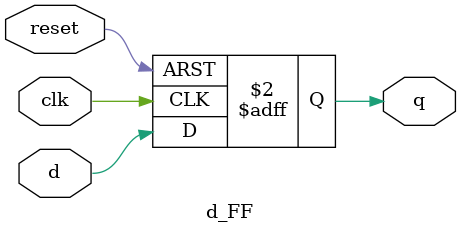
<source format=v>
module d_FF(d, clk, reset, q);
  input d, clk, reset;
  output reg q;

always @(posedge clk or posedge reset) 
begin 
    if (reset)
      q <= 0;
    else
      q <= d;
  end
endmodule



</source>
